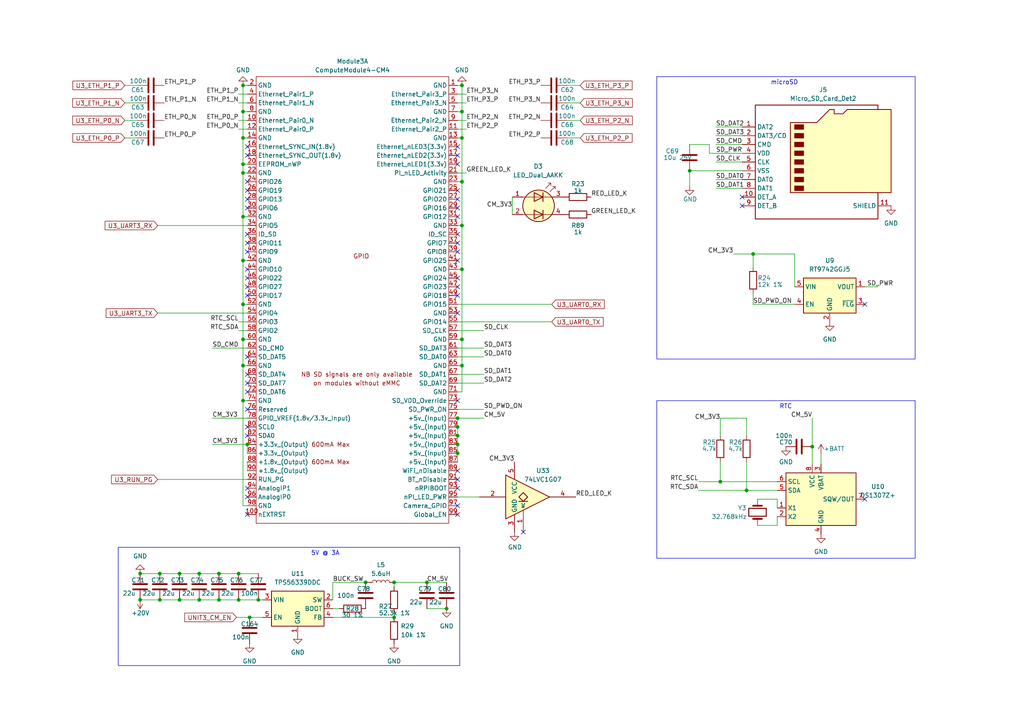
<source format=kicad_sch>
(kicad_sch (version 20231120) (generator "eeschema") (generator_version "8.0")
  (paper "A4")
  (junction (at 133.985 24.765))
  (junction (at 70.485 88.265))
  (junction (at 74.93 173.99))
  (junction (at 133.985 106.045))
  (junction (at 40.64 166.37))
  (junction (at 133.985 65.405))
  (junction (at 70.485 116.205))
  (junction (at 70.485 98.425))
  (junction (at 133.985 98.425))
  (junction (at 133.985 78.105))
  (junction (at 114.3 168.91))
  (junction (at 133.985 32.385))
  (junction (at 70.485 24.765))
  (junction (at 216.535 142.24))
  (junction (at 71.755 128.905))
  (junction (at 57.785 166.37))
  (junction (at 132.715 121.285))
  (junction (at 63.5 166.37))
  (junction (at 46.355 166.37))
  (junction (at 132.715 126.365))
  (junction (at 69.215 166.37))
  (junction (at 52.07 173.99))
  (junction (at 69.215 173.99))
  (junction (at 40.64 173.99))
  (junction (at 200.025 49.53))
  (junction (at 132.715 131.445))
  (junction (at 114.3 179.07))
  (junction (at 133.985 40.005))
  (junction (at 106.045 168.91))
  (junction (at 218.44 73.66))
  (junction (at 57.785 173.99))
  (junction (at 132.715 128.905))
  (junction (at 123.825 168.91))
  (junction (at 132.715 123.825))
  (junction (at 70.485 47.625))
  (junction (at 129.54 176.53))
  (junction (at 52.07 166.37))
  (junction (at 70.485 62.865))
  (junction (at 70.485 106.045))
  (junction (at 70.485 50.165))
  (junction (at 70.485 32.385))
  (junction (at 70.485 40.005))
  (junction (at 63.5 173.99))
  (junction (at 46.355 173.99))
  (junction (at 235.585 129.54))
  (junction (at 70.485 75.565))
  (junction (at 133.985 52.705))
  (junction (at 72.39 179.07))
  (junction (at 208.915 139.7))
  (no_connect (at 71.755 103.505))
  (no_connect (at 71.755 57.785))
  (no_connect (at 132.715 146.685))
  (no_connect (at 132.715 55.245))
  (no_connect (at 132.715 141.605))
  (no_connect (at 250.825 144.78))
  (no_connect (at 132.715 57.785))
  (no_connect (at 71.755 126.365))
  (no_connect (at 250.825 88.265))
  (no_connect (at 71.755 85.725))
  (no_connect (at 215.265 57.15))
  (no_connect (at 132.715 83.185))
  (no_connect (at 132.715 90.805))
  (no_connect (at 71.755 108.585))
  (no_connect (at 132.715 75.565))
  (no_connect (at 71.755 141.605))
  (no_connect (at 71.755 118.745))
  (no_connect (at 132.715 80.645))
  (no_connect (at 132.715 42.545))
  (no_connect (at 151.765 154.305))
  (no_connect (at 132.715 136.525))
  (no_connect (at 71.755 149.225))
  (no_connect (at 132.715 60.325))
  (no_connect (at 132.715 45.085))
  (no_connect (at 132.715 67.945))
  (no_connect (at 132.715 47.625))
  (no_connect (at 215.265 59.69))
  (no_connect (at 71.755 83.185))
  (no_connect (at 71.755 144.145))
  (no_connect (at 132.715 116.205))
  (no_connect (at 71.755 70.485))
  (no_connect (at 132.715 139.065))
  (no_connect (at 132.715 149.225))
  (no_connect (at 71.755 80.645))
  (no_connect (at 71.755 113.665))
  (no_connect (at 71.755 123.825))
  (no_connect (at 132.715 70.485))
  (no_connect (at 132.715 85.725))
  (no_connect (at 71.755 67.945))
  (no_connect (at 71.755 55.245))
  (no_connect (at 132.715 73.025))
  (no_connect (at 71.755 111.125))
  (no_connect (at 132.715 62.865))
  (no_connect (at 71.755 60.325))
  (no_connect (at 71.755 73.025))
  (no_connect (at 71.755 45.085))
  (no_connect (at 71.755 42.545))
  (no_connect (at 71.755 52.705))
  (no_connect (at 71.755 78.105))
  (wire (pts (xy 230.505 73.66) (xy 230.505 83.185)))
  (wire (pts (xy 70.485 116.205) (xy 70.485 146.685)))
  (wire (pts (xy 132.715 32.385) (xy 133.985 32.385)))
  (wire (pts (xy 133.985 32.385) (xy 133.985 24.765)))
  (wire (pts (xy 212.725 73.66) (xy 218.44 73.66)))
  (wire (pts (xy 71.755 133.985) (xy 71.755 136.525)))
  (wire (pts (xy 135.255 29.845) (xy 132.715 29.845)))
  (wire (pts (xy 132.715 88.265) (xy 160.02 88.265)))
  (wire (pts (xy 69.215 37.465) (xy 71.755 37.465)))
  (wire (pts (xy 132.715 126.365) (xy 132.715 128.905)))
  (wire (pts (xy 132.715 131.445) (xy 132.715 133.985)))
  (wire (pts (xy 70.485 50.165) (xy 70.485 62.865)))
  (wire (pts (xy 207.645 54.61) (xy 215.265 54.61)))
  (wire (pts (xy 207.645 46.99) (xy 215.265 46.99)))
  (wire (pts (xy 68.58 179.07) (xy 72.39 179.07)))
  (wire (pts (xy 61.595 128.905) (xy 71.755 128.905)))
  (wire (pts (xy 200.025 49.53) (xy 215.265 49.53)))
  (wire (pts (xy 208.915 126.365) (xy 208.915 121.285)))
  (wire (pts (xy 235.585 121.285) (xy 235.585 129.54)))
  (wire (pts (xy 70.485 98.425) (xy 71.755 98.425)))
  (wire (pts (xy 36.195 34.925) (xy 40.005 34.925)))
  (wire (pts (xy 70.485 40.005) (xy 70.485 47.625)))
  (wire (pts (xy 132.715 98.425) (xy 133.985 98.425)))
  (wire (pts (xy 238.125 131.445) (xy 238.125 134.62)))
  (wire (pts (xy 46.355 173.99) (xy 52.07 173.99)))
  (wire (pts (xy 132.715 121.285) (xy 140.335 121.285)))
  (wire (pts (xy 70.485 62.865) (xy 71.755 62.865)))
  (wire (pts (xy 140.335 111.125) (xy 132.715 111.125)))
  (wire (pts (xy 69.215 93.345) (xy 71.755 93.345)))
  (wire (pts (xy 69.215 27.305) (xy 71.755 27.305)))
  (wire (pts (xy 205.74 44.45) (xy 215.265 44.45)))
  (wire (pts (xy 216.535 142.24) (xy 225.425 142.24)))
  (wire (pts (xy 114.3 168.91) (xy 123.825 168.91)))
  (wire (pts (xy 205.74 41.91) (xy 205.74 44.45)))
  (wire (pts (xy 96.52 179.07) (xy 114.3 179.07)))
  (wire (pts (xy 133.985 113.665) (xy 133.985 106.045)))
  (wire (pts (xy 133.985 106.045) (xy 133.985 98.425)))
  (wire (pts (xy 133.985 24.765) (xy 132.715 24.765)))
  (wire (pts (xy 123.825 176.53) (xy 129.54 176.53)))
  (wire (pts (xy 70.485 106.045) (xy 71.755 106.045)))
  (wire (pts (xy 207.645 52.07) (xy 215.265 52.07)))
  (wire (pts (xy 148.59 57.15) (xy 148.59 62.23)))
  (wire (pts (xy 70.485 146.685) (xy 71.755 146.685)))
  (wire (pts (xy 52.07 173.99) (xy 57.785 173.99)))
  (wire (pts (xy 69.215 34.925) (xy 71.755 34.925)))
  (wire (pts (xy 133.985 40.005) (xy 133.985 32.385)))
  (wire (pts (xy 71.755 40.005) (xy 70.485 40.005)))
  (wire (pts (xy 208.915 139.7) (xy 225.425 139.7)))
  (wire (pts (xy 52.07 166.37) (xy 57.785 166.37)))
  (wire (pts (xy 114.3 179.07) (xy 114.3 177.8)))
  (wire (pts (xy 45.72 139.065) (xy 71.755 139.065)))
  (wire (pts (xy 70.485 75.565) (xy 71.755 75.565)))
  (wire (pts (xy 219.71 144.78) (xy 225.425 144.78)))
  (wire (pts (xy 200.025 41.91) (xy 205.74 41.91)))
  (wire (pts (xy 132.715 144.145) (xy 139.065 144.145)))
  (wire (pts (xy 72.39 179.07) (xy 76.2 179.07)))
  (wire (pts (xy 140.335 108.585) (xy 132.715 108.585)))
  (wire (pts (xy 132.715 52.705) (xy 133.985 52.705)))
  (wire (pts (xy 208.915 133.985) (xy 208.915 139.7)))
  (wire (pts (xy 40.64 173.99) (xy 46.355 173.99)))
  (wire (pts (xy 216.535 121.285) (xy 216.535 126.365)))
  (wire (pts (xy 45.72 90.805) (xy 71.755 90.805)))
  (wire (pts (xy 132.715 78.105) (xy 133.985 78.105)))
  (wire (pts (xy 218.44 73.66) (xy 218.44 77.47)))
  (wire (pts (xy 36.195 40.005) (xy 40.005 40.005)))
  (wire (pts (xy 70.485 24.765) (xy 70.485 32.385)))
  (wire (pts (xy 218.44 85.09) (xy 218.44 88.265)))
  (wire (pts (xy 132.715 93.345) (xy 160.02 93.345)))
  (wire (pts (xy 69.215 29.845) (xy 71.755 29.845)))
  (wire (pts (xy 133.985 78.105) (xy 133.985 98.425)))
  (wire (pts (xy 202.565 142.24) (xy 216.535 142.24)))
  (wire (pts (xy 235.585 129.54) (xy 235.585 134.62)))
  (wire (pts (xy 225.425 149.86) (xy 225.425 152.4)))
  (wire (pts (xy 40.64 166.37) (xy 46.355 166.37)))
  (wire (pts (xy 135.255 37.465) (xy 132.715 37.465)))
  (wire (pts (xy 123.825 168.91) (xy 129.54 168.91)))
  (wire (pts (xy 132.715 128.905) (xy 132.715 131.445)))
  (wire (pts (xy 164.465 40.005) (xy 168.275 40.005)))
  (wire (pts (xy 200.025 53.975) (xy 200.025 49.53)))
  (wire (pts (xy 140.335 103.505) (xy 132.715 103.505)))
  (wire (pts (xy 70.485 47.625) (xy 71.755 47.625)))
  (wire (pts (xy 71.755 24.765) (xy 70.485 24.765)))
  (wire (pts (xy 106.045 168.91) (xy 106.68 168.91)))
  (wire (pts (xy 70.485 62.865) (xy 70.485 75.565)))
  (wire (pts (xy 71.755 128.905) (xy 71.755 131.445)))
  (wire (pts (xy 70.485 32.385) (xy 71.755 32.385)))
  (wire (pts (xy 216.535 133.985) (xy 216.535 142.24)))
  (wire (pts (xy 132.715 65.405) (xy 133.985 65.405)))
  (wire (pts (xy 70.485 88.265) (xy 70.485 98.425)))
  (wire (pts (xy 46.355 166.37) (xy 52.07 166.37)))
  (wire (pts (xy 70.485 98.425) (xy 70.485 106.045)))
  (wire (pts (xy 132.715 123.825) (xy 132.715 126.365)))
  (wire (pts (xy 69.215 173.99) (xy 74.93 173.99)))
  (wire (pts (xy 132.715 50.165) (xy 135.255 50.165)))
  (wire (pts (xy 135.255 27.305) (xy 132.715 27.305)))
  (wire (pts (xy 225.425 144.78) (xy 225.425 147.32)))
  (wire (pts (xy 45.72 65.405) (xy 71.755 65.405)))
  (wire (pts (xy 164.465 24.765) (xy 168.275 24.765)))
  (wire (pts (xy 69.215 95.885) (xy 71.755 95.885)))
  (wire (pts (xy 218.44 88.265) (xy 230.505 88.265)))
  (wire (pts (xy 225.425 152.4) (xy 219.71 152.4)))
  (wire (pts (xy 133.985 65.405) (xy 133.985 52.705)))
  (wire (pts (xy 132.715 40.005) (xy 133.985 40.005)))
  (wire (pts (xy 69.215 166.37) (xy 74.93 166.37)))
  (wire (pts (xy 70.485 32.385) (xy 70.485 40.005)))
  (wire (pts (xy 114.3 170.18) (xy 114.3 168.91)))
  (wire (pts (xy 132.715 113.665) (xy 133.985 113.665)))
  (wire (pts (xy 57.785 173.99) (xy 63.5 173.99)))
  (wire (pts (xy 250.825 83.185) (xy 254.635 83.185)))
  (wire (pts (xy 63.5 173.99) (xy 69.215 173.99)))
  (wire (pts (xy 70.485 106.045) (xy 70.485 116.205)))
  (wire (pts (xy 57.785 166.37) (xy 63.5 166.37)))
  (wire (pts (xy 208.915 121.285) (xy 216.535 121.285)))
  (wire (pts (xy 140.335 118.745) (xy 132.715 118.745)))
  (wire (pts (xy 36.195 24.765) (xy 40.005 24.765)))
  (wire (pts (xy 218.44 73.66) (xy 230.505 73.66)))
  (wire (pts (xy 61.595 100.965) (xy 71.755 100.965)))
  (wire (pts (xy 202.565 139.7) (xy 208.915 139.7)))
  (wire (pts (xy 140.335 100.965) (xy 132.715 100.965)))
  (wire (pts (xy 71.755 88.265) (xy 70.485 88.265)))
  (wire (pts (xy 164.465 29.845) (xy 168.275 29.845)))
  (wire (pts (xy 133.985 78.105) (xy 133.985 65.405)))
  (wire (pts (xy 70.485 75.565) (xy 70.485 88.265)))
  (wire (pts (xy 140.335 95.885) (xy 132.715 95.885)))
  (wire (pts (xy 61.595 121.285) (xy 71.755 121.285)))
  (wire (pts (xy 63.5 166.37) (xy 69.215 166.37)))
  (wire (pts (xy 132.715 121.285) (xy 132.715 123.825)))
  (wire (pts (xy 74.93 173.99) (xy 76.2 173.99)))
  (wire (pts (xy 70.485 50.165) (xy 71.755 50.165)))
  (wire (pts (xy 96.52 168.91) (xy 96.52 173.99)))
  (wire (pts (xy 207.645 39.37) (xy 215.265 39.37)))
  (wire (pts (xy 207.645 41.91) (xy 215.265 41.91)))
  (wire (pts (xy 98.425 176.53) (xy 96.52 176.53)))
  (wire (pts (xy 133.985 52.705) (xy 133.985 40.005)))
  (wire (pts (xy 132.715 106.045) (xy 133.985 106.045)))
  (wire (pts (xy 70.485 116.205) (xy 71.755 116.205)))
  (wire (pts (xy 70.485 47.625) (xy 70.485 50.165)))
  (wire (pts (xy 135.255 34.925) (xy 132.715 34.925)))
  (wire (pts (xy 36.195 29.845) (xy 40.005 29.845)))
  (wire (pts (xy 96.52 168.91) (xy 106.045 168.91)))
  (wire (pts (xy 164.465 34.925) (xy 168.275 34.925)))
  (wire (pts (xy 207.645 36.83) (xy 215.265 36.83)))
  (rectangle (start 190.5 22.225) (end 265.43 104.14))
  (rectangle (start 190.5 116.205) (end 265.43 161.925))
  (rectangle (start 34.29 158.75) (end 133.35 193.04))
  (text "RTC" (at 226.06 118.745 0) (effects (font (size 1.27 1.27)) (justify left bottom)))
  (text "microSD" (at 223.52 24.765 0) (effects (font (size 1.27 1.27)) (justify left bottom)))
  (text "5V @ 3A " (at 90.17 161.29 0) (effects (font (size 1.27 1.27)) (justify left bottom)))
  (label "SD_DAT3" (at 207.645 39.37 0))
  (label "CM_3V3" (at 148.59 60.325 180))
  (label "ETH_P3_P" (at 135.255 29.845 0))
  (label "ETH_P0_N" (at 47.625 34.925 0))
  (label "ETH_P2_P" (at 156.845 40.005 180))
  (label "ETH_P1_P" (at 69.215 27.305 180))
  (label "ETH_P0_N" (at 69.215 37.465 180))
  (label "SD_DAT1" (at 207.645 54.61 0))
  (label "CM_3V3" (at 212.725 73.66 180))
  (label "RTC_SCL" (at 69.215 93.345 180))
  (label "ETH_P2_N" (at 135.255 34.925 0))
  (label "ETH_P2_P" (at 135.255 37.465 0))
  (label "ETH_P0_P" (at 69.215 34.925 180))
  (label "CM_5V" (at 235.585 121.285 180))
  (label "SD_DAT0" (at 140.335 103.505 0))
  (label "GREEN_LED_K" (at 171.45 62.23 0))
  (label "RTC_SDA" (at 202.565 142.24 180))
  (label "CM_3V3" (at 149.225 133.985 180))
  (label "SD_PWR" (at 207.645 44.45 0))
  (label "CM_3V3" (at 61.595 121.285 0))
  (label "SD_DAT2" (at 140.335 111.125 0))
  (label "ETH_P1_N" (at 69.215 29.845 180))
  (label "ETH_P0_P" (at 47.625 40.005 0))
  (label "RTC_SCL" (at 202.565 139.7 180))
  (label "ETH_P3_P" (at 156.845 24.765 180))
  (label "SD_PWD_ON" (at 140.335 118.745 0))
  (label "SD_DAT1" (at 140.335 108.585 0))
  (label "SD_PWD_ON" (at 218.44 88.265 0))
  (label "ETH_P3_N" (at 156.845 29.845 180))
  (label "CM_5V" (at 123.825 168.91 0))
  (label "RED_LED_K" (at 171.45 57.15 0))
  (label "SD_CMD" (at 207.645 41.91 0))
  (label "RED_LED_K" (at 167.005 144.145 0))
  (label "ETH_P3_N" (at 135.255 27.305 0))
  (label "SD_CLK" (at 140.335 95.885 0))
  (label "SD_DAT2" (at 207.645 36.83 0))
  (label "CM_5V" (at 140.335 121.285 0))
  (label "ETH_P1_N" (at 47.625 29.845 0))
  (label "SD_DAT0" (at 207.645 52.07 0))
  (label "SD_CLK" (at 207.645 46.99 0))
  (label "GREEN_LED_K" (at 135.255 50.165 0))
  (label "RTC_SDA" (at 69.215 95.885 180))
  (label "CM_3V3" (at 61.595 128.905 0))
  (label "ETH_P2_N" (at 156.845 34.925 180))
  (label "SD_PWR" (at 251.46 83.185 0))
  (label "SD_CMD" (at 61.595 100.965 0))
  (label "BUCK_SW" (at 96.52 168.91 0))
  (label "CM_3V3" (at 208.915 121.92 180))
  (label "ETH_P1_P" (at 47.625 24.765 0))
  (label "SD_DAT3" (at 140.335 100.965 0))
  (global_label "U3_ETH_P3_N" (shape input) (at 168.275 29.845 0) (property "Intersheetrefs" "${INTERSHEET_REFS}" (effects (hide yes))))
  (global_label "U3_ETH_P1_P" (shape input) (at 36.195 24.765 180) (property "Intersheetrefs" "${INTERSHEET_REFS}" (effects (hide yes))))
  (global_label "U3_ETH_P3_P" (shape input) (at 168.275 24.765 0) (property "Intersheetrefs" "${INTERSHEET_REFS}" (effects (hide yes))))
  (global_label "U3_ETH_P1_N" (shape input) (at 36.195 29.845 180) (property "Intersheetrefs" "${INTERSHEET_REFS}" (effects (hide yes))))
  (global_label "UNIT3_CM_EN" (shape input) (at 68.58 179.07 180) (property "Intersheetrefs" "${INTERSHEET_REFS}" (effects (hide yes))))
  (global_label "U3_ETH_P2_P" (shape input) (at 168.275 40.005 0) (property "Intersheetrefs" "${INTERSHEET_REFS}" (effects (hide yes))))
  (global_label "U3_ETH_P0_N" (shape input) (at 36.195 34.925 180) (property "Intersheetrefs" "${INTERSHEET_REFS}" (effects (hide yes))))
  (global_label "U3_RUN_PG" (shape input) (at 45.72 139.065 180) (property "Intersheetrefs" "${INTERSHEET_REFS}" (effects (hide yes))))
  (global_label "U3_ETH_P0_P" (shape input) (at 36.195 40.005 180) (property "Intersheetrefs" "${INTERSHEET_REFS}" (effects (hide yes))))
  (global_label "U3_UART3_RX" (shape input) (at 45.72 65.405 180) (property "Intersheetrefs" "${INTERSHEET_REFS}" (effects (hide yes))))
  (global_label "U3_ETH_P2_N" (shape input) (at 168.275 34.925 0) (property "Intersheetrefs" "${INTERSHEET_REFS}" (effects (hide yes))))
  (global_label "U3_UART3_TX" (shape input) (at 45.72 90.805 180) (property "Intersheetrefs" "${INTERSHEET_REFS}" (effects (hide yes))))
  (global_label "U3_UART0_TX" (shape input) (at 160.02 93.345 0) (property "Intersheetrefs" "${INTERSHEET_REFS}" (effects (hide yes))))
  (global_label "U3_UART0_RX" (shape input) (at 160.02 88.265 0) (property "Intersheetrefs" "${INTERSHEET_REFS}" (effects (hide yes))))
  (symbol (lib_id "Device:C") (at 43.815 29.845 90) (unit 1)
    (property "Reference" "C63" (at 41.91 31.115 90) (effects (justify left)))
    (property "Value" "100n" (at 42.545 28.575 90) (effects (justify left)))
    (property "Footprint" "Capacitor_SMD:C_0402_1005Metric" (effects (hide yes)))
    (property "Manufacturer" "Samsung" (effects (hide yes)))
    (property "MPN" "CL05B104KB54PNC" (effects (hide yes)))
    (property "LCSC" "C307331" (effects (hide yes)))
  )
  (symbol (lib_id "power:GND") (at 240.665 93.345 0) (unit 1)
    (property "Reference" "#PWR047" (effects (hide yes)))
    (property "Value" "GND" (at 240.665 98.425 0))
  )
  (symbol (lib_id "Device:C") (at 57.785 170.18 0) (unit 1)
    (property "Reference" "C74" (at 55.245 168.275 0) (effects (justify left)))
    (property "Value" "22u" (at 52.705 172.085 0) (effects (justify left)))
    (property "Footprint" "Capacitor_SMD:C_0805_2012Metric" (effects (hide yes)))
    (property "Manufacturer" "Samsung" (effects (hide yes)))
    (property "MPN" "CL21A226MAQNNNE" (effects (hide yes)))
    (property "LCSC" "C45783" (effects (hide yes)))
  )
  (symbol (lib_id "Device:C") (at 52.07 170.18 0) (unit 1)
    (property "Reference" "C73" (at 49.53 168.275 0) (effects (justify left)))
    (property "Value" "22u" (at 46.99 172.085 0) (effects (justify left)))
    (property "Footprint" "Capacitor_SMD:C_0805_2012Metric" (effects (hide yes)))
    (property "Manufacturer" "Samsung" (effects (hide yes)))
    (property "MPN" "CL21A226MAQNNNE" (effects (hide yes)))
    (property "LCSC" "C45783" (effects (hide yes)))
  )
  (symbol (lib_id "power:GND") (at 40.64 166.37 180) (unit 1)
    (property "Reference" "#PWR051" (effects (hide yes)))
    (property "Value" "GND" (at 40.64 161.29 0))
  )
  (symbol (lib_id "Device:C") (at 43.815 24.765 90) (unit 1)
    (property "Reference" "C61" (at 41.91 26.035 90) (effects (justify left)))
    (property "Value" "100n" (at 42.545 23.495 90) (effects (justify left)))
    (property "Footprint" "Capacitor_SMD:C_0402_1005Metric" (effects (hide yes)))
    (property "Manufacturer" "Samsung" (effects (hide yes)))
    (property "MPN" "CL05B104KB54PNC" (effects (hide yes)))
    (property "LCSC" "C307331" (effects (hide yes)))
  )
  (symbol (lib_id "Device:R") (at 208.915 130.175 180) (unit 1)
    (property "Reference" "R25" (at 205.74 128.27 0))
    (property "Value" "4.7k" (at 205.74 130.175 0))
    (property "Footprint" "Resistor_SMD:R_0402_1005Metric" (effects (hide yes)))
    (property "Manufacturer" "Uniroyal" (effects (hide yes)))
    (property "MPN" "0402WGF4701TCE" (effects (hide yes)))
    (property "LCSC" "C25900" (effects (hide yes)))
  )
  (symbol (lib_id "Device:R") (at 102.235 176.53 90) (unit 1)
    (property "Reference" "R28" (at 102.235 176.53 90))
    (property "Value" "30 1%" (at 102.235 178.435 90))
    (property "Footprint" "Resistor_SMD:R_0402_1005Metric" (effects (hide yes)))
    (property "Manufacturer" "RALEC" (effects (hide yes)))
    (property "MPN" "RTT0230R0FTH" (effects (hide yes)))
    (property "LCSC" "C159039" (effects (hide yes)))
  )
  (symbol (lib_id "74xGxx:74LVC1G07") (at 154.305 144.145 0) (unit 1)
    (property "Reference" "U33" (at 157.48 136.525 0))
    (property "Value" "74LVC1G07" (at 157.48 139.065 0))
    (property "Footprint" "Package_TO_SOT_SMD:SOT-353_SC-70-5" (effects (hide yes)))
    (property "Datasheet" "https://www.ti.com/lit/ds/symlink/sn74lvc1g07.pdf" (effects (hide yes)))
    (property "LCSC" "C7830" (effects (hide yes)))
    (property "MPN" "SN74LVC1G07DCKR" (effects (hide yes)))
    (property "Manufacturer" "Texas Instruments" (effects (hide yes)))
  )
  (symbol (lib_id "Connector:Micro_SD_Card_Det2") (at 238.125 46.99 0) (unit 1)
    (property "Reference" "J5" (at 238.76 26.035 0))
    (property "Value" "Micro_SD_Card_Det2" (at 238.76 28.575 0))
    (property "Footprint" "Magi:TF-SMD_503398-1892" (effects (hide yes)))
    (property "Datasheet" "https://www.hirose.com/en/product/document?clcode=&productname=&series=DM3&documenttype=Catalog&lang=en&documentid=D49662_en" (effects (hide yes)))
    (property "Manufacturer" "XUNPU" (effects (hide yes)))
    (property "MPN" "TF-108-ARP10" (effects (hide yes)))
    (property "LCSC" "C5174683" (effects (hide yes)))
  )
  (symbol (lib_id "Device:R") (at 218.44 81.28 0) (unit 1)
    (property "Reference" "R24" (at 219.71 80.645 0) (effects (justify left)))
    (property "Value" "12k 1%" (at 219.71 82.55 0) (effects (justify left)))
    (property "Footprint" "Resistor_SMD:R_0402_1005Metric" (effects (hide yes)))
    (property "Manufacturer" "Uniroyal" (effects (hide yes)))
    (property "MPN" "0402WGF1202TCE" (effects (hide yes)))
    (property "LCSC" "C25752" (effects (hide yes)))
  )
  (symbol (lib_id "Timer_RTC:DS1307Z+") (at 238.125 144.78 0) (unit 1)
    (property "Reference" "U10" (at 254.635 141.1321 0))
    (property "Value" "DS1307Z+" (at 254.635 143.6721 0))
    (property "Footprint" "Package_SO:SOIC-8_3.9x4.9mm_P1.27mm" (effects (hide yes)))
    (property "Datasheet" "https://datasheets.maximintegrated.com/en/ds/DS1307.pdf" (effects (hide yes)))
    (property "LCSC" "C5145428" (effects (hide yes)))
    (property "MPN" "DS1307IDRG" (effects (hide yes)))
    (property "Manufacturer" "HANSCHIP" (effects (hide yes)))
  )
  (symbol (lib_id "Power_Management:RT9742AGJ5F") (at 240.665 85.725 0) (unit 1)
    (property "Reference" "U9" (at 240.665 75.565 0))
    (property "Value" "RT9742GGJ5" (at 240.665 78.105 0))
    (property "Footprint" "Package_TO_SOT_SMD:TSOT-23-5" (effects (hide yes)))
    (property "Datasheet" "https://www.richtek.com/assets/product_file/RT9742/DS9742-10.pdf" (effects (hide yes)))
    (property "Manufacturer" "Richtek" (effects (hide yes)))
    (property "MPN" "RT9742GGJ5" (effects (hide yes)))
    (property "LCSC" "C250547" (effects (hide yes)))
  )
  (symbol (lib_id "Device:C") (at 160.655 40.005 270) (mirror x) (unit 1)
    (property "Reference" "C68" (at 162.56 41.275 90) (effects (justify left)))
    (property "Value" "100n" (at 161.925 38.735 90) (effects (justify left)))
    (property "Footprint" "Capacitor_SMD:C_0402_1005Metric" (effects (hide yes)))
    (property "Manufacturer" "Samsung" (effects (hide yes)))
    (property "MPN" "CL05B104KB54PNC" (effects (hide yes)))
    (property "LCSC" "C307331" (effects (hide yes)))
  )
  (symbol (lib_id "Device:C") (at 43.815 34.925 90) (unit 1)
    (property "Reference" "C65" (at 41.91 36.195 90) (effects (justify left)))
    (property "Value" "100n" (at 42.545 33.655 90) (effects (justify left)))
    (property "Footprint" "Capacitor_SMD:C_0402_1005Metric" (effects (hide yes)))
    (property "Manufacturer" "Samsung" (effects (hide yes)))
    (property "MPN" "CL05B104KB54PNC" (effects (hide yes)))
    (property "LCSC" "C307331" (effects (hide yes)))
  )
  (symbol (lib_id "power:GND") (at 200.025 53.975 0) (unit 1)
    (property "Reference" "#PWR045" (effects (hide yes)))
    (property "Value" "GND" (at 198.12 57.785 0) (effects (justify left)))
  )
  (symbol (lib_id "Device:C") (at 63.5 170.18 0) (unit 1)
    (property "Reference" "C75" (at 60.96 168.275 0) (effects (justify left)))
    (property "Value" "22u" (at 58.42 172.085 0) (effects (justify left)))
    (property "Footprint" "Capacitor_SMD:C_0805_2012Metric" (effects (hide yes)))
    (property "Manufacturer" "Samsung" (effects (hide yes)))
    (property "MPN" "CL21A226MAQNNNE" (effects (hide yes)))
    (property "LCSC" "C45783" (effects (hide yes)))
  )
  (symbol (lib_id "Device:C") (at 200.025 45.72 0) (unit 1)
    (property "Reference" "C69" (at 193.04 43.815 0) (effects (justify left)))
    (property "Value" "10u 25V" (at 192.405 45.72 0) (effects (justify left)))
    (property "Footprint" "Capacitor_SMD:C_0603_1608Metric" (effects (hide yes)))
    (property "Manufacturer" "Samsung" (effects (hide yes)))
    (property "MPN" "CL10A106MA8NRNC" (effects (hide yes)))
    (property "LCSC" "C96446" (effects (hide yes)))
  )
  (symbol (lib_id "Device:R") (at 167.64 57.15 270) (unit 1)
    (property "Reference" "R23" (at 167.64 53.34 90))
    (property "Value" "1k" (at 167.64 55.245 90))
    (property "Footprint" "Resistor_SMD:R_0402_1005Metric" (effects (hide yes)))
    (property "Manufacturer" "Uniroyal" (effects (hide yes)))
    (property "MPN" "0402WGF1001TCE" (effects (hide yes)))
    (property "LCSC" "C11702" (effects (hide yes)))
  )
  (symbol (lib_id "Device:C") (at 106.045 172.72 0) (unit 1)
    (property "Reference" "C78" (at 103.505 170.815 0) (effects (justify left)))
    (property "Value" "100n" (at 97.79 172.72 0) (effects (justify left)))
    (property "Footprint" "Capacitor_SMD:C_0402_1005Metric" (effects (hide yes)))
    (property "Manufacturer" "Samsung" (effects (hide yes)))
    (property "MPN" "CL05B104KB54PNC" (effects (hide yes)))
    (property "LCSC" "C307331" (effects (hide yes)))
  )
  (symbol (lib_id "Device:C") (at 160.655 29.845 270) (mirror x) (unit 1)
    (property "Reference" "C64" (at 162.56 31.115 90) (effects (justify left)))
    (property "Value" "100n" (at 161.925 28.575 90) (effects (justify left)))
    (property "Footprint" "Capacitor_SMD:C_0402_1005Metric" (effects (hide yes)))
    (property "Manufacturer" "Samsung" (effects (hide yes)))
    (property "MPN" "CL05B104KB54PNC" (effects (hide yes)))
    (property "LCSC" "C307331" (effects (hide yes)))
  )
  (symbol (lib_id "Device:Crystal") (at 219.71 148.59 90) (unit 1)
    (property "Reference" "Y3" (at 213.995 147.32 90) (effects (justify right)))
    (property "Value" "32.768kHz" (at 206.375 149.86 90) (effects (justify right)))
    (property "Footprint" "Crystal:Crystal_SMD_3215-2Pin_3.2x1.5mm" (effects (hide yes)))
    (property "Manufacturer" "Seiko Epson" (effects (hide yes)))
    (property "MPN" "Q13FC13500004" (effects (hide yes)))
    (property "LCSC" "C32346" (effects (hide yes)))
  )
  (symbol (lib_id "Device:R") (at 167.64 62.23 270) (unit 1)
    (property "Reference" "R89" (at 167.64 65.405 90))
    (property "Value" "1k" (at 167.64 67.31 90))
    (property "Footprint" "Resistor_SMD:R_0402_1005Metric" (effects (hide yes)))
    (property "Manufacturer" "Uniroyal" (effects (hide yes)))
    (property "MPN" "0402WGF1001TCE" (effects (hide yes)))
    (property "LCSC" "C11702" (effects (hide yes)))
  )
  (symbol (lib_id "power:GND") (at 238.125 154.94 0) (unit 1)
    (property "Reference" "#PWR050" (effects (hide yes)))
    (property "Value" "GND" (at 238.125 160.02 0))
  )
  (symbol (lib_id "Magi:+20V") (at 40.64 173.99 180) (unit 1)
    (property "Reference" "#PWR052" (effects (hide yes)))
    (property "Value" "+20V" (at 38.1 177.8 0) (effects (justify right)))
  )
  (symbol (lib_id "Magi:ComputeModule4-CM4") (at 104.775 80.645 0) (unit 1)
    (property "Reference" "Module3" (at 102.235 17.78 0))
    (property "Value" "ComputeModule4-CM4" (at 102.235 20.32 0))
    (property "Footprint" "Magi:Raspberry-Pi-4-Compute-Module" (effects (hide yes)))
    (property "Field4" "Hirose" (effects (hide yes)))
    (property "Field5" "2x DF40C-100DS-0.4V" (effects (hide yes)))
  )
  (symbol (lib_id "Device:C") (at 160.655 34.925 270) (mirror x) (unit 1)
    (property "Reference" "C66" (at 162.56 36.195 90) (effects (justify left)))
    (property "Value" "100n" (at 161.925 33.655 90) (effects (justify left)))
    (property "Footprint" "Capacitor_SMD:C_0402_1005Metric" (effects (hide yes)))
    (property "Manufacturer" "Samsung" (effects (hide yes)))
    (property "MPN" "CL05B104KB54PNC" (effects (hide yes)))
    (property "LCSC" "C307331" (effects (hide yes)))
  )
  (symbol (lib_id "Device:C") (at 74.93 170.18 0) (unit 1)
    (property "Reference" "C77" (at 72.39 168.275 0) (effects (justify left)))
    (property "Value" "100n" (at 69.85 172.085 0) (effects (justify left)))
    (property "Footprint" "Capacitor_SMD:C_0402_1005Metric" (effects (hide yes)))
    (property "Manufacturer" "Samsung" (effects (hide yes)))
    (property "MPN" "CL05B104KB54PNC" (effects (hide yes)))
    (property "LCSC" "C307331" (effects (hide yes)))
  )
  (symbol (lib_id "Device:C") (at 160.655 24.765 270) (mirror x) (unit 1)
    (property "Reference" "C62" (at 162.56 26.035 90) (effects (justify left)))
    (property "Value" "100n" (at 161.925 23.495 90) (effects (justify left)))
    (property "Footprint" "Capacitor_SMD:C_0402_1005Metric" (effects (hide yes)))
    (property "Manufacturer" "Samsung" (effects (hide yes)))
    (property "MPN" "CL05B104KB54PNC" (effects (hide yes)))
    (property "LCSC" "C307331" (effects (hide yes)))
  )
  (symbol (lib_id "Regulator_Switching:TPS56339DDC") (at 86.36 176.53 0) (unit 1)
    (property "Reference" "U11" (at 86.36 166.37 0))
    (property "Value" "TPS56339DDC" (at 86.36 168.91 0))
    (property "Footprint" "Package_TO_SOT_SMD:SOT-23-6" (effects (hide yes)))
    (property "Datasheet" "https://www.ti.com/lit/ds/symlink/tps56339.pdf" (effects (hide yes)))
    (property "Manufacturer" "Texas Instruments" (effects (hide yes)))
    (property "MPN" "TPS56339DDCR" (effects (hide yes)))
    (property "LCSC" "C2071106" (effects (hide yes)))
  )
  (symbol (lib_id "power:GND") (at 258.445 59.69 0) (unit 1)
    (property "Reference" "#PWR046" (effects (hide yes)))
    (property "Value" "GND" (at 258.445 64.77 0))
  )
  (symbol (lib_id "power:GND") (at 70.485 24.765 180) (unit 1)
    (property "Reference" "#PWR043" (effects (hide yes)))
    (property "Value" "GND" (at 70.485 20.32 0))
  )
  (symbol (lib_id "power:GND") (at 227.965 129.54 0) (unit 1)
    (property "Reference" "#PWR048" (effects (hide yes)))
    (property "Value" "GND" (at 227.965 133.985 0))
  )
  (symbol (lib_id "power:GND") (at 72.39 186.69 0) (unit 1)
    (property "Reference" "#PWR0139" (effects (hide yes)))
    (property "Value" "GND" (at 72.39 191.77 0))
  )
  (symbol (lib_id "power:GND") (at 133.985 24.765 180) (unit 1)
    (property "Reference" "#PWR044" (effects (hide yes)))
    (property "Value" "GND" (at 133.985 20.32 0))
  )
  (symbol (lib_id "Device:LED_Dual_AAKK") (at 156.21 59.69 0) (unit 1)
    (property "Reference" "D3" (at 156.083 48.26 0))
    (property "Value" "LED_Dual_AAKK" (at 156.083 50.8 0))
    (property "Footprint" "Magi:LED-ARRAY-SMD_4P-L3.0-W1.5-L-FD" (effects (hide yes)))
    (property "LCSC" "C473813" (effects (hide yes)))
    (property "MPN" "MHS110URGCT" (effects (hide yes)))
    (property "Manufacturer" "MEIHUA" (effects (hide yes)))
  )
  (symbol (lib_id "Device:C") (at 43.815 40.005 90) (unit 1)
    (property "Reference" "C67" (at 41.91 41.275 90) (effects (justify left)))
    (property "Value" "100n" (at 42.545 38.735 90) (effects (justify left)))
    (property "Footprint" "Capacitor_SMD:C_0402_1005Metric" (effects (hide yes)))
    (property "Manufacturer" "Samsung" (effects (hide yes)))
    (property "MPN" "CL05B104KB54PNC" (effects (hide yes)))
    (property "LCSC" "C307331" (effects (hide yes)))
  )
  (symbol (lib_id "Device:C") (at 40.64 170.18 0) (unit 1)
    (property "Reference" "C71" (at 38.1 168.275 0) (effects (justify left)))
    (property "Value" "22u" (at 35.56 172.085 0) (effects (justify left)))
    (property "Footprint" "Capacitor_SMD:C_0805_2012Metric" (effects (hide yes)))
    (property "Manufacturer" "Samsung" (effects (hide yes)))
    (property "MPN" "CL21A226MAQNNNE" (effects (hide yes)))
    (property "LCSC" "C45783" (effects (hide yes)))
  )
  (symbol (lib_id "Device:C") (at 46.355 170.18 0) (unit 1)
    (property "Reference" "C72" (at 43.815 168.275 0) (effects (justify left)))
    (property "Value" "22u" (at 41.275 172.085 0) (effects (justify left)))
    (property "Footprint" "Capacitor_SMD:C_0805_2012Metric" (effects (hide yes)))
    (property "Manufacturer" "Samsung" (effects (hide yes)))
    (property "MPN" "CL21A226MAQNNNE" (effects (hide yes)))
    (property "LCSC" "C45783" (effects (hide yes)))
  )
  (symbol (lib_id "power:GND") (at 86.36 184.15 0) (unit 1)
    (property "Reference" "#PWR054" (effects (hide yes)))
    (property "Value" "GND" (at 86.36 189.23 0))
  )
  (symbol (lib_id "Device:C") (at 72.39 182.88 0) (unit 1)
    (property "Reference" "C164" (at 69.85 180.975 0) (effects (justify left)))
    (property "Value" "100n" (at 67.31 184.785 0) (effects (justify left)))
    (property "Footprint" "Capacitor_SMD:C_0402_1005Metric" (effects (hide yes)))
    (property "Manufacturer" "Samsung" (effects (hide yes)))
    (property "MPN" "CL05B104KB54PNC" (effects (hide yes)))
    (property "LCSC" "C307331" (effects (hide yes)))
  )
  (symbol (lib_id "power:GND") (at 129.54 176.53 0) (unit 1)
    (property "Reference" "#PWR053" (effects (hide yes)))
    (property "Value" "GND" (at 129.54 181.61 0))
  )
  (symbol (lib_id "Device:R") (at 114.3 173.99 0) (unit 1)
    (property "Reference" "R27" (at 109.855 175.895 0) (effects (justify left)))
    (property "Value" "52.3k 1%" (at 109.855 177.8 0) (effects (justify left)))
    (property "Footprint" "Resistor_SMD:R_0402_1005Metric" (effects (hide yes)))
    (property "Manufacturer" "PANASONIC" (effects (hide yes)))
    (property "MPN" "ERJ2RKF5232X" (effects (hide yes)))
    (property "LCSC" "C416557" (effects (hide yes)))
  )
  (symbol (lib_id "Device:C") (at 123.825 172.72 0) (unit 1)
    (property "Reference" "C79" (at 121.285 170.815 0) (effects (justify left)))
    (property "Value" "22u" (at 118.745 174.625 0) (effects (justify left)))
    (property "Footprint" "Capacitor_SMD:C_0805_2012Metric" (effects (hide yes)))
    (property "Manufacturer" "Samsung" (effects (hide yes)))
    (property "MPN" "CL21A226MAQNNNE" (effects (hide yes)))
    (property "LCSC" "C45783" (effects (hide yes)))
  )
  (symbol (lib_id "Device:L") (at 110.49 168.91 90) (unit 1)
    (property "Reference" "L5" (at 110.49 163.83 90))
    (property "Value" "5.6uH" (at 110.49 166.37 90))
    (property "Footprint" "Inductor_SMD:L_Sunlord_MWSA0603S" (effects (hide yes)))
    (property "Manufacturer" "Sunlord" (effects (hide yes)))
    (property "MPN" "MWSA0603S-5R6MT" (effects (hide yes)))
    (property "LCSC" "C408448" (effects (hide yes)))
  )
  (symbol (lib_id "Device:R") (at 216.535 130.175 180) (unit 1)
    (property "Reference" "R26" (at 213.36 128.27 0))
    (property "Value" "4.7k" (at 213.36 130.175 0))
    (property "Footprint" "Resistor_SMD:R_0402_1005Metric" (effects (hide yes)))
    (property "Manufacturer" "Uniroyal" (effects (hide yes)))
    (property "MPN" "0402WGF4701TCE" (effects (hide yes)))
    (property "LCSC" "C25900" (effects (hide yes)))
  )
  (symbol (lib_id "power:GND") (at 149.225 154.305 0) (unit 1)
    (property "Reference" "#PWR0133" (effects (hide yes)))
    (property "Value" "GND" (at 149.352 158.6992 0))
  )
  (symbol (lib_id "Device:C") (at 69.215 170.18 0) (unit 1)
    (property "Reference" "C76" (at 66.675 168.275 0) (effects (justify left)))
    (property "Value" "22u" (at 64.135 172.085 0) (effects (justify left)))
    (property "Footprint" "Capacitor_SMD:C_0805_2012Metric" (effects (hide yes)))
    (property "Manufacturer" "Samsung" (effects (hide yes)))
    (property "MPN" "CL21A226MAQNNNE" (effects (hide yes)))
    (property "LCSC" "C45783" (effects (hide yes)))
  )
  (symbol (lib_id "Device:R") (at 114.3 182.88 0) (unit 1)
    (property "Reference" "R29" (at 116.205 181.61 0) (effects (justify left)))
    (property "Value" "10k 1%" (at 116.205 184.15 0) (effects (justify left)))
    (property "Footprint" "Resistor_SMD:R_0402_1005Metric" (effects (hide yes)))
    (property "Manufacturer" "Uniroyal" (effects (hide yes)))
    (property "MPN" "0402WGF1002TCE" (effects (hide yes)))
    (property "LCSC" "C25744" (effects (hide yes)))
  )
  (symbol (lib_id "power:+BATT") (at 238.125 131.445 0) (unit 1)
    (property "Reference" "#PWR049" (effects (hide yes)))
    (property "Value" "+BATT" (at 241.935 130.175 0))
  )
  (symbol (lib_id "power:GND") (at 114.3 186.69 0) (unit 1)
    (property "Reference" "#PWR055" (effects (hide yes)))
    (property "Value" "GND" (at 114.3 191.77 0))
  )
  (symbol (lib_id "Device:C") (at 129.54 172.72 0) (unit 1)
    (property "Reference" "C80" (at 127 170.815 0) (effects (justify left)))
    (property "Value" "22u" (at 124.46 174.625 0) (effects (justify left)))
    (property "Footprint" "Capacitor_SMD:C_0805_2012Metric" (effects (hide yes)))
    (property "Manufacturer" "Samsung" (effects (hide yes)))
    (property "MPN" "CL21A226MAQNNNE" (effects (hide yes)))
    (property "LCSC" "C45783" (effects (hide yes)))
  )
  (symbol (lib_id "Device:C") (at 231.775 129.54 90) (unit 1)
    (property "Reference" "C70" (at 229.87 128.27 90) (effects (justify left)))
    (property "Value" "100n" (at 229.87 126.365 90) (effects (justify left)))
    (property "Footprint" "Capacitor_SMD:C_0402_1005Metric" (effects (hide yes)))
    (property "Manufacturer" "Samsung" (effects (hide yes)))
    (property "MPN" "CL05B104KB54PNC" (effects (hide yes)))
    (property "LCSC" "C307331" (effects (hide yes)))
  )
)
</source>
